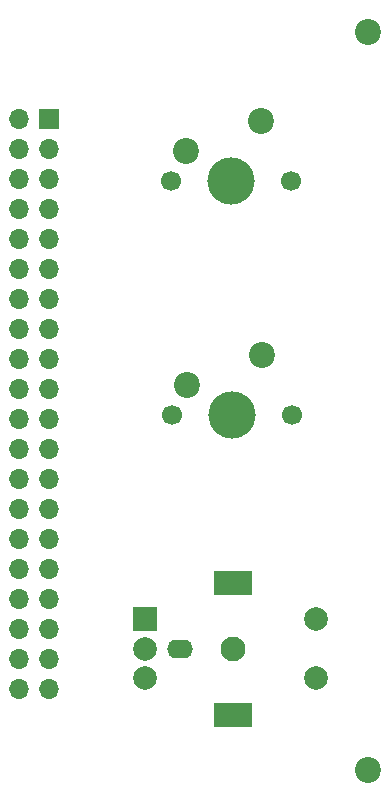
<source format=gbr>
%TF.GenerationSoftware,KiCad,Pcbnew,9.0.0*%
%TF.CreationDate,2025-06-10T12:24:28+05:30*%
%TF.ProjectId,MP3Player,4d503350-6c61-4796-9572-2e6b69636164,rev?*%
%TF.SameCoordinates,Original*%
%TF.FileFunction,Soldermask,Bot*%
%TF.FilePolarity,Negative*%
%FSLAX46Y46*%
G04 Gerber Fmt 4.6, Leading zero omitted, Abs format (unit mm)*
G04 Created by KiCad (PCBNEW 9.0.0) date 2025-06-10 12:24:28*
%MOMM*%
%LPD*%
G01*
G04 APERTURE LIST*
%ADD10C,2.200000*%
%ADD11C,1.700000*%
%ADD12C,4.000000*%
%ADD13C,2.000000*%
%ADD14R,3.200000X2.000000*%
%ADD15R,2.000000X2.000000*%
%ADD16C,2.100000*%
%ADD17O,2.200000X1.600000*%
%ADD18R,1.700000X1.700000*%
%ADD19O,1.700000X1.700000*%
G04 APERTURE END LIST*
D10*
%TO.C,SW3*%
X155190000Y-109880000D03*
X161540000Y-107340000D03*
D11*
X164080000Y-112420000D03*
D12*
X159000000Y-112420000D03*
D11*
X153920000Y-112420000D03*
%TD*%
D13*
%TO.C,SW1*%
X166080000Y-129745000D03*
X166080000Y-134745000D03*
D14*
X159080000Y-137845000D03*
X159080000Y-126645000D03*
D13*
X151580000Y-132245000D03*
X151580000Y-134745000D03*
D15*
X151580000Y-129745000D03*
D16*
X159080000Y-132245000D03*
D17*
X154580000Y-132245000D03*
%TD*%
D10*
%TO.C,SW2*%
X155110000Y-90135000D03*
X161460000Y-87595000D03*
D11*
X164000000Y-92675000D03*
D12*
X158920000Y-92675000D03*
D11*
X153840000Y-92675000D03*
%TD*%
D10*
%TO.C,H1*%
X170500000Y-80000000D03*
%TD*%
%TO.C,H2*%
X170500000Y-142500000D03*
%TD*%
D18*
%TO.C,J1*%
X143500000Y-87400000D03*
D19*
X140960000Y-87400000D03*
X143500000Y-89940000D03*
X140960000Y-89940000D03*
X143500000Y-92480000D03*
X140960000Y-92480000D03*
X143500000Y-95020000D03*
X140960000Y-95020000D03*
X143500000Y-97560000D03*
X140960000Y-97560000D03*
X143500000Y-100100000D03*
X140960000Y-100100000D03*
X143500000Y-102640000D03*
X140960000Y-102640000D03*
X143500000Y-105180000D03*
X140960000Y-105180000D03*
X143500000Y-107720000D03*
X140960000Y-107720000D03*
X143500000Y-110260000D03*
X140960000Y-110260000D03*
X143500000Y-112800000D03*
X140960000Y-112800000D03*
X143500000Y-115340000D03*
X140960000Y-115340000D03*
X143500000Y-117880000D03*
X140960000Y-117880000D03*
X143500000Y-120420000D03*
X140960000Y-120420000D03*
X143500000Y-122960000D03*
X140960000Y-122960000D03*
X143500000Y-125500000D03*
X140960000Y-125500000D03*
X143500000Y-128040000D03*
X140960000Y-128040000D03*
X143500000Y-130580000D03*
X140960000Y-130580000D03*
X143500000Y-133120000D03*
X140960000Y-133120000D03*
X143500000Y-135660000D03*
X140960000Y-135660000D03*
%TD*%
M02*

</source>
